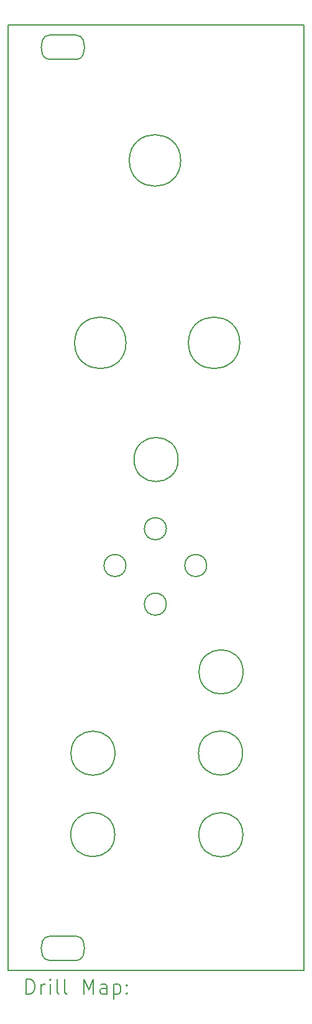
<source format=gbr>
%TF.GenerationSoftware,KiCad,Pcbnew,(6.0.11-0)*%
%TF.CreationDate,2023-05-04T11:02:45+02:00*%
%TF.ProjectId,FrontPanel-4lfo1,46726f6e-7450-4616-9e65-6c2d346c666f,rev?*%
%TF.SameCoordinates,Original*%
%TF.FileFunction,Drillmap*%
%TF.FilePolarity,Positive*%
%FSLAX45Y45*%
G04 Gerber Fmt 4.5, Leading zero omitted, Abs format (unit mm)*
G04 Created by KiCad (PCBNEW (6.0.11-0)) date 2023-05-04 11:02:45*
%MOMM*%
%LPD*%
G01*
G04 APERTURE LIST*
%ADD10C,0.200000*%
G04 APERTURE END LIST*
D10*
X10325000Y-7540000D02*
G75*
G03*
X10325000Y-7540000I-350000J0D01*
G01*
X8622500Y-14220000D02*
G75*
G03*
X8622500Y-14220000I-300000J0D01*
G01*
X8775000Y-10565000D02*
G75*
G03*
X8775000Y-10565000I-150000J0D01*
G01*
X7636900Y-3426700D02*
G75*
G03*
X7636900Y-3623300I278100J-98300D01*
G01*
X8098800Y-3690000D02*
G75*
G03*
X8193100Y-3623300I0J100010D01*
G01*
X11200000Y-3225000D02*
X11200000Y-16065000D01*
X10367500Y-14222500D02*
G75*
G03*
X10367500Y-14222500I-300000J0D01*
G01*
X8193102Y-3426699D02*
G75*
G03*
X8098800Y-3360000I-94292J-33301D01*
G01*
X8193100Y-15863300D02*
G75*
G03*
X8193100Y-15666700I-278100J98300D01*
G01*
X7636904Y-3623299D02*
G75*
G03*
X7731200Y-3690000I94286J33289D01*
G01*
X7740000Y-15599999D02*
G75*
G03*
X7636900Y-15666700I-8320J-100171D01*
G01*
X7636904Y-15863299D02*
G75*
G03*
X7731200Y-15930000I94286J33289D01*
G01*
X7731200Y-15930000D02*
X8098800Y-15930000D01*
X9325000Y-10065000D02*
G75*
G03*
X9325000Y-10065000I-150000J0D01*
G01*
X8098800Y-15600000D02*
X7740000Y-15600000D01*
X9875000Y-10565000D02*
G75*
G03*
X9875000Y-10565000I-150000J0D01*
G01*
X11200000Y-16065000D02*
X7170000Y-16065000D01*
X8193100Y-3623300D02*
G75*
G03*
X8193100Y-3426700I-278100J98300D01*
G01*
X9485000Y-9125000D02*
G75*
G03*
X9485000Y-9125000I-300000J0D01*
G01*
X8775000Y-7540000D02*
G75*
G03*
X8775000Y-7540000I-350000J0D01*
G01*
X7731200Y-3690000D02*
X8098800Y-3690000D01*
X8098800Y-15930000D02*
G75*
G03*
X8193100Y-15863300I0J100010D01*
G01*
X10362500Y-13112500D02*
G75*
G03*
X10362500Y-13112500I-300000J0D01*
G01*
X8098800Y-3360000D02*
X7731200Y-3360000D01*
X8193102Y-15666699D02*
G75*
G03*
X8098800Y-15600000I-94292J-33301D01*
G01*
X8625000Y-13115000D02*
G75*
G03*
X8625000Y-13115000I-300000J0D01*
G01*
X7636900Y-15666700D02*
G75*
G03*
X7636900Y-15863300I278100J-98300D01*
G01*
X7731200Y-3360000D02*
G75*
G03*
X7636900Y-3426700I0J-100010D01*
G01*
X9520000Y-5062500D02*
G75*
G03*
X9520000Y-5062500I-350000J0D01*
G01*
X7170000Y-3225000D02*
X11200000Y-3225000D01*
X10370000Y-12010000D02*
G75*
G03*
X10370000Y-12010000I-300000J0D01*
G01*
X9325000Y-11090000D02*
G75*
G03*
X9325000Y-11090000I-150000J0D01*
G01*
X7170000Y-16065000D02*
X7170000Y-3225000D01*
X7417619Y-16385476D02*
X7417619Y-16185476D01*
X7465238Y-16185476D01*
X7493809Y-16195000D01*
X7512857Y-16214048D01*
X7522381Y-16233095D01*
X7531905Y-16271190D01*
X7531905Y-16299762D01*
X7522381Y-16337857D01*
X7512857Y-16356905D01*
X7493809Y-16375952D01*
X7465238Y-16385476D01*
X7417619Y-16385476D01*
X7617619Y-16385476D02*
X7617619Y-16252143D01*
X7617619Y-16290238D02*
X7627143Y-16271190D01*
X7636667Y-16261667D01*
X7655714Y-16252143D01*
X7674762Y-16252143D01*
X7741428Y-16385476D02*
X7741428Y-16252143D01*
X7741428Y-16185476D02*
X7731905Y-16195000D01*
X7741428Y-16204524D01*
X7750952Y-16195000D01*
X7741428Y-16185476D01*
X7741428Y-16204524D01*
X7865238Y-16385476D02*
X7846190Y-16375952D01*
X7836667Y-16356905D01*
X7836667Y-16185476D01*
X7970000Y-16385476D02*
X7950952Y-16375952D01*
X7941428Y-16356905D01*
X7941428Y-16185476D01*
X8198571Y-16385476D02*
X8198571Y-16185476D01*
X8265238Y-16328333D01*
X8331905Y-16185476D01*
X8331905Y-16385476D01*
X8512857Y-16385476D02*
X8512857Y-16280714D01*
X8503333Y-16261667D01*
X8484286Y-16252143D01*
X8446190Y-16252143D01*
X8427143Y-16261667D01*
X8512857Y-16375952D02*
X8493810Y-16385476D01*
X8446190Y-16385476D01*
X8427143Y-16375952D01*
X8417619Y-16356905D01*
X8417619Y-16337857D01*
X8427143Y-16318809D01*
X8446190Y-16309286D01*
X8493810Y-16309286D01*
X8512857Y-16299762D01*
X8608095Y-16252143D02*
X8608095Y-16452143D01*
X8608095Y-16261667D02*
X8627143Y-16252143D01*
X8665238Y-16252143D01*
X8684286Y-16261667D01*
X8693810Y-16271190D01*
X8703333Y-16290238D01*
X8703333Y-16347381D01*
X8693810Y-16366428D01*
X8684286Y-16375952D01*
X8665238Y-16385476D01*
X8627143Y-16385476D01*
X8608095Y-16375952D01*
X8789048Y-16366428D02*
X8798571Y-16375952D01*
X8789048Y-16385476D01*
X8779524Y-16375952D01*
X8789048Y-16366428D01*
X8789048Y-16385476D01*
X8789048Y-16261667D02*
X8798571Y-16271190D01*
X8789048Y-16280714D01*
X8779524Y-16271190D01*
X8789048Y-16261667D01*
X8789048Y-16280714D01*
M02*

</source>
